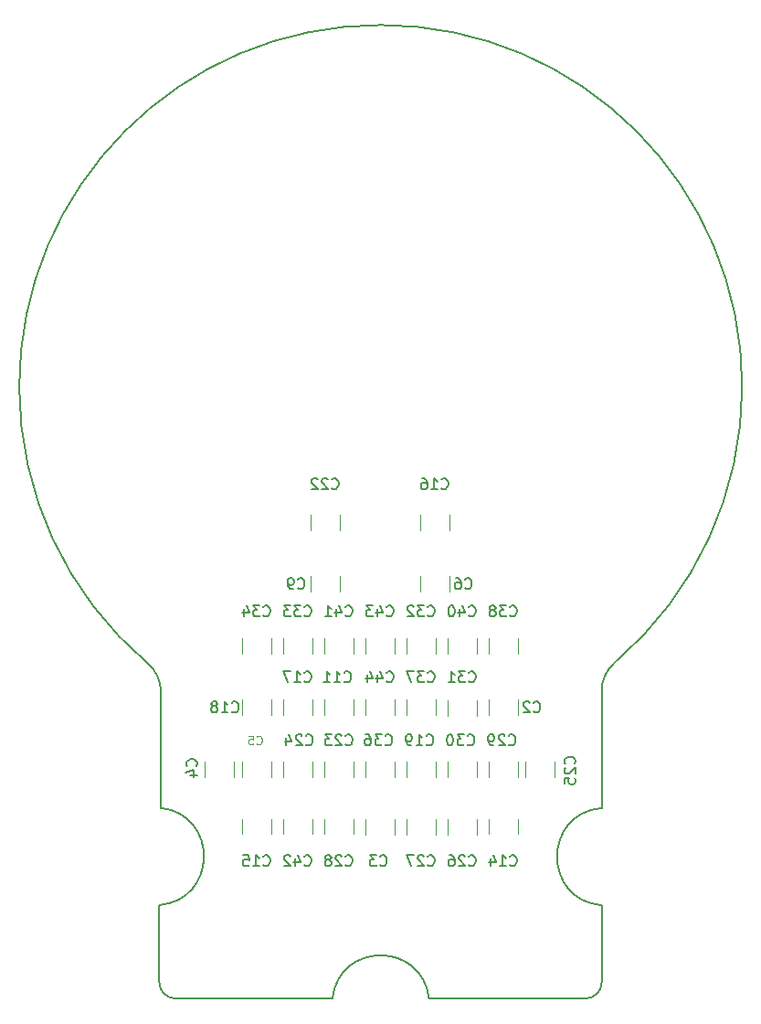
<source format=gbr>
%TF.GenerationSoftware,KiCad,Pcbnew,7.0.1*%
%TF.CreationDate,2023-12-14T23:22:24+03:00*%
%TF.ProjectId,_______ _____,21383b3e-3230-44f2-903f-3b3042302e6b,rev?*%
%TF.SameCoordinates,Original*%
%TF.FileFunction,Legend,Bot*%
%TF.FilePolarity,Positive*%
%FSLAX46Y46*%
G04 Gerber Fmt 4.6, Leading zero omitted, Abs format (unit mm)*
G04 Created by KiCad (PCBNEW 7.0.1) date 2023-12-14 23:22:24*
%MOMM*%
%LPD*%
G01*
G04 APERTURE LIST*
%ADD10C,0.150000*%
%ADD11C,0.100000*%
%ADD12C,0.120000*%
%TA.AperFunction,Profile*%
%ADD13C,0.200000*%
%TD*%
G04 APERTURE END LIST*
D10*
%TO.C,C41*%
X142617357Y-86605380D02*
X142664976Y-86653000D01*
X142664976Y-86653000D02*
X142807833Y-86700619D01*
X142807833Y-86700619D02*
X142903071Y-86700619D01*
X142903071Y-86700619D02*
X143045928Y-86653000D01*
X143045928Y-86653000D02*
X143141166Y-86557761D01*
X143141166Y-86557761D02*
X143188785Y-86462523D01*
X143188785Y-86462523D02*
X143236404Y-86272047D01*
X143236404Y-86272047D02*
X143236404Y-86129190D01*
X143236404Y-86129190D02*
X143188785Y-85938714D01*
X143188785Y-85938714D02*
X143141166Y-85843476D01*
X143141166Y-85843476D02*
X143045928Y-85748238D01*
X143045928Y-85748238D02*
X142903071Y-85700619D01*
X142903071Y-85700619D02*
X142807833Y-85700619D01*
X142807833Y-85700619D02*
X142664976Y-85748238D01*
X142664976Y-85748238D02*
X142617357Y-85795857D01*
X141760214Y-86033952D02*
X141760214Y-86700619D01*
X141998309Y-85653000D02*
X142236404Y-86367285D01*
X142236404Y-86367285D02*
X141617357Y-86367285D01*
X140712595Y-86700619D02*
X141284023Y-86700619D01*
X140998309Y-86700619D02*
X140998309Y-85700619D01*
X140998309Y-85700619D02*
X141093547Y-85843476D01*
X141093547Y-85843476D02*
X141188785Y-85938714D01*
X141188785Y-85938714D02*
X141284023Y-85986333D01*
%TO.C,C37*%
X150239857Y-92701380D02*
X150287476Y-92749000D01*
X150287476Y-92749000D02*
X150430333Y-92796619D01*
X150430333Y-92796619D02*
X150525571Y-92796619D01*
X150525571Y-92796619D02*
X150668428Y-92749000D01*
X150668428Y-92749000D02*
X150763666Y-92653761D01*
X150763666Y-92653761D02*
X150811285Y-92558523D01*
X150811285Y-92558523D02*
X150858904Y-92368047D01*
X150858904Y-92368047D02*
X150858904Y-92225190D01*
X150858904Y-92225190D02*
X150811285Y-92034714D01*
X150811285Y-92034714D02*
X150763666Y-91939476D01*
X150763666Y-91939476D02*
X150668428Y-91844238D01*
X150668428Y-91844238D02*
X150525571Y-91796619D01*
X150525571Y-91796619D02*
X150430333Y-91796619D01*
X150430333Y-91796619D02*
X150287476Y-91844238D01*
X150287476Y-91844238D02*
X150239857Y-91891857D01*
X149906523Y-91796619D02*
X149287476Y-91796619D01*
X149287476Y-91796619D02*
X149620809Y-92177571D01*
X149620809Y-92177571D02*
X149477952Y-92177571D01*
X149477952Y-92177571D02*
X149382714Y-92225190D01*
X149382714Y-92225190D02*
X149335095Y-92272809D01*
X149335095Y-92272809D02*
X149287476Y-92368047D01*
X149287476Y-92368047D02*
X149287476Y-92606142D01*
X149287476Y-92606142D02*
X149335095Y-92701380D01*
X149335095Y-92701380D02*
X149382714Y-92749000D01*
X149382714Y-92749000D02*
X149477952Y-92796619D01*
X149477952Y-92796619D02*
X149763666Y-92796619D01*
X149763666Y-92796619D02*
X149858904Y-92749000D01*
X149858904Y-92749000D02*
X149906523Y-92701380D01*
X148954142Y-91796619D02*
X148287476Y-91796619D01*
X148287476Y-91796619D02*
X148716047Y-92796619D01*
%TO.C,C25*%
X163807380Y-100327142D02*
X163855000Y-100279523D01*
X163855000Y-100279523D02*
X163902619Y-100136666D01*
X163902619Y-100136666D02*
X163902619Y-100041428D01*
X163902619Y-100041428D02*
X163855000Y-99898571D01*
X163855000Y-99898571D02*
X163759761Y-99803333D01*
X163759761Y-99803333D02*
X163664523Y-99755714D01*
X163664523Y-99755714D02*
X163474047Y-99708095D01*
X163474047Y-99708095D02*
X163331190Y-99708095D01*
X163331190Y-99708095D02*
X163140714Y-99755714D01*
X163140714Y-99755714D02*
X163045476Y-99803333D01*
X163045476Y-99803333D02*
X162950238Y-99898571D01*
X162950238Y-99898571D02*
X162902619Y-100041428D01*
X162902619Y-100041428D02*
X162902619Y-100136666D01*
X162902619Y-100136666D02*
X162950238Y-100279523D01*
X162950238Y-100279523D02*
X162997857Y-100327142D01*
X162997857Y-100708095D02*
X162950238Y-100755714D01*
X162950238Y-100755714D02*
X162902619Y-100850952D01*
X162902619Y-100850952D02*
X162902619Y-101089047D01*
X162902619Y-101089047D02*
X162950238Y-101184285D01*
X162950238Y-101184285D02*
X162997857Y-101231904D01*
X162997857Y-101231904D02*
X163093095Y-101279523D01*
X163093095Y-101279523D02*
X163188333Y-101279523D01*
X163188333Y-101279523D02*
X163331190Y-101231904D01*
X163331190Y-101231904D02*
X163902619Y-100660476D01*
X163902619Y-100660476D02*
X163902619Y-101279523D01*
X162902619Y-102184285D02*
X162902619Y-101708095D01*
X162902619Y-101708095D02*
X163378809Y-101660476D01*
X163378809Y-101660476D02*
X163331190Y-101708095D01*
X163331190Y-101708095D02*
X163283571Y-101803333D01*
X163283571Y-101803333D02*
X163283571Y-102041428D01*
X163283571Y-102041428D02*
X163331190Y-102136666D01*
X163331190Y-102136666D02*
X163378809Y-102184285D01*
X163378809Y-102184285D02*
X163474047Y-102231904D01*
X163474047Y-102231904D02*
X163712142Y-102231904D01*
X163712142Y-102231904D02*
X163807380Y-102184285D01*
X163807380Y-102184285D02*
X163855000Y-102136666D01*
X163855000Y-102136666D02*
X163902619Y-102041428D01*
X163902619Y-102041428D02*
X163902619Y-101803333D01*
X163902619Y-101803333D02*
X163855000Y-101708095D01*
X163855000Y-101708095D02*
X163807380Y-101660476D01*
%TO.C,C44*%
X146429857Y-92701380D02*
X146477476Y-92749000D01*
X146477476Y-92749000D02*
X146620333Y-92796619D01*
X146620333Y-92796619D02*
X146715571Y-92796619D01*
X146715571Y-92796619D02*
X146858428Y-92749000D01*
X146858428Y-92749000D02*
X146953666Y-92653761D01*
X146953666Y-92653761D02*
X147001285Y-92558523D01*
X147001285Y-92558523D02*
X147048904Y-92368047D01*
X147048904Y-92368047D02*
X147048904Y-92225190D01*
X147048904Y-92225190D02*
X147001285Y-92034714D01*
X147001285Y-92034714D02*
X146953666Y-91939476D01*
X146953666Y-91939476D02*
X146858428Y-91844238D01*
X146858428Y-91844238D02*
X146715571Y-91796619D01*
X146715571Y-91796619D02*
X146620333Y-91796619D01*
X146620333Y-91796619D02*
X146477476Y-91844238D01*
X146477476Y-91844238D02*
X146429857Y-91891857D01*
X145572714Y-92129952D02*
X145572714Y-92796619D01*
X145810809Y-91749000D02*
X146048904Y-92463285D01*
X146048904Y-92463285D02*
X145429857Y-92463285D01*
X144620333Y-92129952D02*
X144620333Y-92796619D01*
X144858428Y-91749000D02*
X145096523Y-92463285D01*
X145096523Y-92463285D02*
X144477476Y-92463285D01*
%TO.C,C32*%
X150239857Y-86605380D02*
X150287476Y-86653000D01*
X150287476Y-86653000D02*
X150430333Y-86700619D01*
X150430333Y-86700619D02*
X150525571Y-86700619D01*
X150525571Y-86700619D02*
X150668428Y-86653000D01*
X150668428Y-86653000D02*
X150763666Y-86557761D01*
X150763666Y-86557761D02*
X150811285Y-86462523D01*
X150811285Y-86462523D02*
X150858904Y-86272047D01*
X150858904Y-86272047D02*
X150858904Y-86129190D01*
X150858904Y-86129190D02*
X150811285Y-85938714D01*
X150811285Y-85938714D02*
X150763666Y-85843476D01*
X150763666Y-85843476D02*
X150668428Y-85748238D01*
X150668428Y-85748238D02*
X150525571Y-85700619D01*
X150525571Y-85700619D02*
X150430333Y-85700619D01*
X150430333Y-85700619D02*
X150287476Y-85748238D01*
X150287476Y-85748238D02*
X150239857Y-85795857D01*
X149906523Y-85700619D02*
X149287476Y-85700619D01*
X149287476Y-85700619D02*
X149620809Y-86081571D01*
X149620809Y-86081571D02*
X149477952Y-86081571D01*
X149477952Y-86081571D02*
X149382714Y-86129190D01*
X149382714Y-86129190D02*
X149335095Y-86176809D01*
X149335095Y-86176809D02*
X149287476Y-86272047D01*
X149287476Y-86272047D02*
X149287476Y-86510142D01*
X149287476Y-86510142D02*
X149335095Y-86605380D01*
X149335095Y-86605380D02*
X149382714Y-86653000D01*
X149382714Y-86653000D02*
X149477952Y-86700619D01*
X149477952Y-86700619D02*
X149763666Y-86700619D01*
X149763666Y-86700619D02*
X149858904Y-86653000D01*
X149858904Y-86653000D02*
X149906523Y-86605380D01*
X148906523Y-85795857D02*
X148858904Y-85748238D01*
X148858904Y-85748238D02*
X148763666Y-85700619D01*
X148763666Y-85700619D02*
X148525571Y-85700619D01*
X148525571Y-85700619D02*
X148430333Y-85748238D01*
X148430333Y-85748238D02*
X148382714Y-85795857D01*
X148382714Y-85795857D02*
X148335095Y-85891095D01*
X148335095Y-85891095D02*
X148335095Y-85986333D01*
X148335095Y-85986333D02*
X148382714Y-86129190D01*
X148382714Y-86129190D02*
X148954142Y-86700619D01*
X148954142Y-86700619D02*
X148335095Y-86700619D01*
%TO.C,C18*%
X132078857Y-95495380D02*
X132126476Y-95543000D01*
X132126476Y-95543000D02*
X132269333Y-95590619D01*
X132269333Y-95590619D02*
X132364571Y-95590619D01*
X132364571Y-95590619D02*
X132507428Y-95543000D01*
X132507428Y-95543000D02*
X132602666Y-95447761D01*
X132602666Y-95447761D02*
X132650285Y-95352523D01*
X132650285Y-95352523D02*
X132697904Y-95162047D01*
X132697904Y-95162047D02*
X132697904Y-95019190D01*
X132697904Y-95019190D02*
X132650285Y-94828714D01*
X132650285Y-94828714D02*
X132602666Y-94733476D01*
X132602666Y-94733476D02*
X132507428Y-94638238D01*
X132507428Y-94638238D02*
X132364571Y-94590619D01*
X132364571Y-94590619D02*
X132269333Y-94590619D01*
X132269333Y-94590619D02*
X132126476Y-94638238D01*
X132126476Y-94638238D02*
X132078857Y-94685857D01*
X131126476Y-95590619D02*
X131697904Y-95590619D01*
X131412190Y-95590619D02*
X131412190Y-94590619D01*
X131412190Y-94590619D02*
X131507428Y-94733476D01*
X131507428Y-94733476D02*
X131602666Y-94828714D01*
X131602666Y-94828714D02*
X131697904Y-94876333D01*
X130555047Y-95019190D02*
X130650285Y-94971571D01*
X130650285Y-94971571D02*
X130697904Y-94923952D01*
X130697904Y-94923952D02*
X130745523Y-94828714D01*
X130745523Y-94828714D02*
X130745523Y-94781095D01*
X130745523Y-94781095D02*
X130697904Y-94685857D01*
X130697904Y-94685857D02*
X130650285Y-94638238D01*
X130650285Y-94638238D02*
X130555047Y-94590619D01*
X130555047Y-94590619D02*
X130364571Y-94590619D01*
X130364571Y-94590619D02*
X130269333Y-94638238D01*
X130269333Y-94638238D02*
X130221714Y-94685857D01*
X130221714Y-94685857D02*
X130174095Y-94781095D01*
X130174095Y-94781095D02*
X130174095Y-94828714D01*
X130174095Y-94828714D02*
X130221714Y-94923952D01*
X130221714Y-94923952D02*
X130269333Y-94971571D01*
X130269333Y-94971571D02*
X130364571Y-95019190D01*
X130364571Y-95019190D02*
X130555047Y-95019190D01*
X130555047Y-95019190D02*
X130650285Y-95066809D01*
X130650285Y-95066809D02*
X130697904Y-95114428D01*
X130697904Y-95114428D02*
X130745523Y-95209666D01*
X130745523Y-95209666D02*
X130745523Y-95400142D01*
X130745523Y-95400142D02*
X130697904Y-95495380D01*
X130697904Y-95495380D02*
X130650285Y-95543000D01*
X130650285Y-95543000D02*
X130555047Y-95590619D01*
X130555047Y-95590619D02*
X130364571Y-95590619D01*
X130364571Y-95590619D02*
X130269333Y-95543000D01*
X130269333Y-95543000D02*
X130221714Y-95495380D01*
X130221714Y-95495380D02*
X130174095Y-95400142D01*
X130174095Y-95400142D02*
X130174095Y-95209666D01*
X130174095Y-95209666D02*
X130221714Y-95114428D01*
X130221714Y-95114428D02*
X130269333Y-95066809D01*
X130269333Y-95066809D02*
X130364571Y-95019190D01*
D11*
%TO.C,C5*%
X134363332Y-98469904D02*
X134401428Y-98508000D01*
X134401428Y-98508000D02*
X134515713Y-98546095D01*
X134515713Y-98546095D02*
X134591904Y-98546095D01*
X134591904Y-98546095D02*
X134706190Y-98508000D01*
X134706190Y-98508000D02*
X134782380Y-98431809D01*
X134782380Y-98431809D02*
X134820475Y-98355619D01*
X134820475Y-98355619D02*
X134858571Y-98203238D01*
X134858571Y-98203238D02*
X134858571Y-98088952D01*
X134858571Y-98088952D02*
X134820475Y-97936571D01*
X134820475Y-97936571D02*
X134782380Y-97860380D01*
X134782380Y-97860380D02*
X134706190Y-97784190D01*
X134706190Y-97784190D02*
X134591904Y-97746095D01*
X134591904Y-97746095D02*
X134515713Y-97746095D01*
X134515713Y-97746095D02*
X134401428Y-97784190D01*
X134401428Y-97784190D02*
X134363332Y-97822285D01*
X133639523Y-97746095D02*
X134020475Y-97746095D01*
X134020475Y-97746095D02*
X134058571Y-98127047D01*
X134058571Y-98127047D02*
X134020475Y-98088952D01*
X134020475Y-98088952D02*
X133944285Y-98050857D01*
X133944285Y-98050857D02*
X133753809Y-98050857D01*
X133753809Y-98050857D02*
X133677618Y-98088952D01*
X133677618Y-98088952D02*
X133639523Y-98127047D01*
X133639523Y-98127047D02*
X133601428Y-98203238D01*
X133601428Y-98203238D02*
X133601428Y-98393714D01*
X133601428Y-98393714D02*
X133639523Y-98469904D01*
X133639523Y-98469904D02*
X133677618Y-98508000D01*
X133677618Y-98508000D02*
X133753809Y-98546095D01*
X133753809Y-98546095D02*
X133944285Y-98546095D01*
X133944285Y-98546095D02*
X134020475Y-98508000D01*
X134020475Y-98508000D02*
X134058571Y-98469904D01*
D10*
%TO.C,C26*%
X154049857Y-109719380D02*
X154097476Y-109767000D01*
X154097476Y-109767000D02*
X154240333Y-109814619D01*
X154240333Y-109814619D02*
X154335571Y-109814619D01*
X154335571Y-109814619D02*
X154478428Y-109767000D01*
X154478428Y-109767000D02*
X154573666Y-109671761D01*
X154573666Y-109671761D02*
X154621285Y-109576523D01*
X154621285Y-109576523D02*
X154668904Y-109386047D01*
X154668904Y-109386047D02*
X154668904Y-109243190D01*
X154668904Y-109243190D02*
X154621285Y-109052714D01*
X154621285Y-109052714D02*
X154573666Y-108957476D01*
X154573666Y-108957476D02*
X154478428Y-108862238D01*
X154478428Y-108862238D02*
X154335571Y-108814619D01*
X154335571Y-108814619D02*
X154240333Y-108814619D01*
X154240333Y-108814619D02*
X154097476Y-108862238D01*
X154097476Y-108862238D02*
X154049857Y-108909857D01*
X153668904Y-108909857D02*
X153621285Y-108862238D01*
X153621285Y-108862238D02*
X153526047Y-108814619D01*
X153526047Y-108814619D02*
X153287952Y-108814619D01*
X153287952Y-108814619D02*
X153192714Y-108862238D01*
X153192714Y-108862238D02*
X153145095Y-108909857D01*
X153145095Y-108909857D02*
X153097476Y-109005095D01*
X153097476Y-109005095D02*
X153097476Y-109100333D01*
X153097476Y-109100333D02*
X153145095Y-109243190D01*
X153145095Y-109243190D02*
X153716523Y-109814619D01*
X153716523Y-109814619D02*
X153097476Y-109814619D01*
X152240333Y-108814619D02*
X152430809Y-108814619D01*
X152430809Y-108814619D02*
X152526047Y-108862238D01*
X152526047Y-108862238D02*
X152573666Y-108909857D01*
X152573666Y-108909857D02*
X152668904Y-109052714D01*
X152668904Y-109052714D02*
X152716523Y-109243190D01*
X152716523Y-109243190D02*
X152716523Y-109624142D01*
X152716523Y-109624142D02*
X152668904Y-109719380D01*
X152668904Y-109719380D02*
X152621285Y-109767000D01*
X152621285Y-109767000D02*
X152526047Y-109814619D01*
X152526047Y-109814619D02*
X152335571Y-109814619D01*
X152335571Y-109814619D02*
X152240333Y-109767000D01*
X152240333Y-109767000D02*
X152192714Y-109719380D01*
X152192714Y-109719380D02*
X152145095Y-109624142D01*
X152145095Y-109624142D02*
X152145095Y-109386047D01*
X152145095Y-109386047D02*
X152192714Y-109290809D01*
X152192714Y-109290809D02*
X152240333Y-109243190D01*
X152240333Y-109243190D02*
X152335571Y-109195571D01*
X152335571Y-109195571D02*
X152526047Y-109195571D01*
X152526047Y-109195571D02*
X152621285Y-109243190D01*
X152621285Y-109243190D02*
X152668904Y-109290809D01*
X152668904Y-109290809D02*
X152716523Y-109386047D01*
%TO.C,C4*%
X128755380Y-100549333D02*
X128803000Y-100501714D01*
X128803000Y-100501714D02*
X128850619Y-100358857D01*
X128850619Y-100358857D02*
X128850619Y-100263619D01*
X128850619Y-100263619D02*
X128803000Y-100120762D01*
X128803000Y-100120762D02*
X128707761Y-100025524D01*
X128707761Y-100025524D02*
X128612523Y-99977905D01*
X128612523Y-99977905D02*
X128422047Y-99930286D01*
X128422047Y-99930286D02*
X128279190Y-99930286D01*
X128279190Y-99930286D02*
X128088714Y-99977905D01*
X128088714Y-99977905D02*
X127993476Y-100025524D01*
X127993476Y-100025524D02*
X127898238Y-100120762D01*
X127898238Y-100120762D02*
X127850619Y-100263619D01*
X127850619Y-100263619D02*
X127850619Y-100358857D01*
X127850619Y-100358857D02*
X127898238Y-100501714D01*
X127898238Y-100501714D02*
X127945857Y-100549333D01*
X128183952Y-101406476D02*
X128850619Y-101406476D01*
X127803000Y-101168381D02*
X128517285Y-100930286D01*
X128517285Y-100930286D02*
X128517285Y-101549333D01*
%TO.C,C15*%
X134999857Y-109719380D02*
X135047476Y-109767000D01*
X135047476Y-109767000D02*
X135190333Y-109814619D01*
X135190333Y-109814619D02*
X135285571Y-109814619D01*
X135285571Y-109814619D02*
X135428428Y-109767000D01*
X135428428Y-109767000D02*
X135523666Y-109671761D01*
X135523666Y-109671761D02*
X135571285Y-109576523D01*
X135571285Y-109576523D02*
X135618904Y-109386047D01*
X135618904Y-109386047D02*
X135618904Y-109243190D01*
X135618904Y-109243190D02*
X135571285Y-109052714D01*
X135571285Y-109052714D02*
X135523666Y-108957476D01*
X135523666Y-108957476D02*
X135428428Y-108862238D01*
X135428428Y-108862238D02*
X135285571Y-108814619D01*
X135285571Y-108814619D02*
X135190333Y-108814619D01*
X135190333Y-108814619D02*
X135047476Y-108862238D01*
X135047476Y-108862238D02*
X134999857Y-108909857D01*
X134047476Y-109814619D02*
X134618904Y-109814619D01*
X134333190Y-109814619D02*
X134333190Y-108814619D01*
X134333190Y-108814619D02*
X134428428Y-108957476D01*
X134428428Y-108957476D02*
X134523666Y-109052714D01*
X134523666Y-109052714D02*
X134618904Y-109100333D01*
X133142714Y-108814619D02*
X133618904Y-108814619D01*
X133618904Y-108814619D02*
X133666523Y-109290809D01*
X133666523Y-109290809D02*
X133618904Y-109243190D01*
X133618904Y-109243190D02*
X133523666Y-109195571D01*
X133523666Y-109195571D02*
X133285571Y-109195571D01*
X133285571Y-109195571D02*
X133190333Y-109243190D01*
X133190333Y-109243190D02*
X133142714Y-109290809D01*
X133142714Y-109290809D02*
X133095095Y-109386047D01*
X133095095Y-109386047D02*
X133095095Y-109624142D01*
X133095095Y-109624142D02*
X133142714Y-109719380D01*
X133142714Y-109719380D02*
X133190333Y-109767000D01*
X133190333Y-109767000D02*
X133285571Y-109814619D01*
X133285571Y-109814619D02*
X133523666Y-109814619D01*
X133523666Y-109814619D02*
X133618904Y-109767000D01*
X133618904Y-109767000D02*
X133666523Y-109719380D01*
%TO.C,C40*%
X154047357Y-86605380D02*
X154094976Y-86653000D01*
X154094976Y-86653000D02*
X154237833Y-86700619D01*
X154237833Y-86700619D02*
X154333071Y-86700619D01*
X154333071Y-86700619D02*
X154475928Y-86653000D01*
X154475928Y-86653000D02*
X154571166Y-86557761D01*
X154571166Y-86557761D02*
X154618785Y-86462523D01*
X154618785Y-86462523D02*
X154666404Y-86272047D01*
X154666404Y-86272047D02*
X154666404Y-86129190D01*
X154666404Y-86129190D02*
X154618785Y-85938714D01*
X154618785Y-85938714D02*
X154571166Y-85843476D01*
X154571166Y-85843476D02*
X154475928Y-85748238D01*
X154475928Y-85748238D02*
X154333071Y-85700619D01*
X154333071Y-85700619D02*
X154237833Y-85700619D01*
X154237833Y-85700619D02*
X154094976Y-85748238D01*
X154094976Y-85748238D02*
X154047357Y-85795857D01*
X153190214Y-86033952D02*
X153190214Y-86700619D01*
X153428309Y-85653000D02*
X153666404Y-86367285D01*
X153666404Y-86367285D02*
X153047357Y-86367285D01*
X152475928Y-85700619D02*
X152380690Y-85700619D01*
X152380690Y-85700619D02*
X152285452Y-85748238D01*
X152285452Y-85748238D02*
X152237833Y-85795857D01*
X152237833Y-85795857D02*
X152190214Y-85891095D01*
X152190214Y-85891095D02*
X152142595Y-86081571D01*
X152142595Y-86081571D02*
X152142595Y-86319666D01*
X152142595Y-86319666D02*
X152190214Y-86510142D01*
X152190214Y-86510142D02*
X152237833Y-86605380D01*
X152237833Y-86605380D02*
X152285452Y-86653000D01*
X152285452Y-86653000D02*
X152380690Y-86700619D01*
X152380690Y-86700619D02*
X152475928Y-86700619D01*
X152475928Y-86700619D02*
X152571166Y-86653000D01*
X152571166Y-86653000D02*
X152618785Y-86605380D01*
X152618785Y-86605380D02*
X152666404Y-86510142D01*
X152666404Y-86510142D02*
X152714023Y-86319666D01*
X152714023Y-86319666D02*
X152714023Y-86081571D01*
X152714023Y-86081571D02*
X152666404Y-85891095D01*
X152666404Y-85891095D02*
X152618785Y-85795857D01*
X152618785Y-85795857D02*
X152571166Y-85748238D01*
X152571166Y-85748238D02*
X152475928Y-85700619D01*
%TO.C,C29*%
X157732857Y-98543380D02*
X157780476Y-98591000D01*
X157780476Y-98591000D02*
X157923333Y-98638619D01*
X157923333Y-98638619D02*
X158018571Y-98638619D01*
X158018571Y-98638619D02*
X158161428Y-98591000D01*
X158161428Y-98591000D02*
X158256666Y-98495761D01*
X158256666Y-98495761D02*
X158304285Y-98400523D01*
X158304285Y-98400523D02*
X158351904Y-98210047D01*
X158351904Y-98210047D02*
X158351904Y-98067190D01*
X158351904Y-98067190D02*
X158304285Y-97876714D01*
X158304285Y-97876714D02*
X158256666Y-97781476D01*
X158256666Y-97781476D02*
X158161428Y-97686238D01*
X158161428Y-97686238D02*
X158018571Y-97638619D01*
X158018571Y-97638619D02*
X157923333Y-97638619D01*
X157923333Y-97638619D02*
X157780476Y-97686238D01*
X157780476Y-97686238D02*
X157732857Y-97733857D01*
X157351904Y-97733857D02*
X157304285Y-97686238D01*
X157304285Y-97686238D02*
X157209047Y-97638619D01*
X157209047Y-97638619D02*
X156970952Y-97638619D01*
X156970952Y-97638619D02*
X156875714Y-97686238D01*
X156875714Y-97686238D02*
X156828095Y-97733857D01*
X156828095Y-97733857D02*
X156780476Y-97829095D01*
X156780476Y-97829095D02*
X156780476Y-97924333D01*
X156780476Y-97924333D02*
X156828095Y-98067190D01*
X156828095Y-98067190D02*
X157399523Y-98638619D01*
X157399523Y-98638619D02*
X156780476Y-98638619D01*
X156304285Y-98638619D02*
X156113809Y-98638619D01*
X156113809Y-98638619D02*
X156018571Y-98591000D01*
X156018571Y-98591000D02*
X155970952Y-98543380D01*
X155970952Y-98543380D02*
X155875714Y-98400523D01*
X155875714Y-98400523D02*
X155828095Y-98210047D01*
X155828095Y-98210047D02*
X155828095Y-97829095D01*
X155828095Y-97829095D02*
X155875714Y-97733857D01*
X155875714Y-97733857D02*
X155923333Y-97686238D01*
X155923333Y-97686238D02*
X156018571Y-97638619D01*
X156018571Y-97638619D02*
X156209047Y-97638619D01*
X156209047Y-97638619D02*
X156304285Y-97686238D01*
X156304285Y-97686238D02*
X156351904Y-97733857D01*
X156351904Y-97733857D02*
X156399523Y-97829095D01*
X156399523Y-97829095D02*
X156399523Y-98067190D01*
X156399523Y-98067190D02*
X156351904Y-98162428D01*
X156351904Y-98162428D02*
X156304285Y-98210047D01*
X156304285Y-98210047D02*
X156209047Y-98257666D01*
X156209047Y-98257666D02*
X156018571Y-98257666D01*
X156018571Y-98257666D02*
X155923333Y-98210047D01*
X155923333Y-98210047D02*
X155875714Y-98162428D01*
X155875714Y-98162428D02*
X155828095Y-98067190D01*
%TO.C,C30*%
X153922857Y-98543380D02*
X153970476Y-98591000D01*
X153970476Y-98591000D02*
X154113333Y-98638619D01*
X154113333Y-98638619D02*
X154208571Y-98638619D01*
X154208571Y-98638619D02*
X154351428Y-98591000D01*
X154351428Y-98591000D02*
X154446666Y-98495761D01*
X154446666Y-98495761D02*
X154494285Y-98400523D01*
X154494285Y-98400523D02*
X154541904Y-98210047D01*
X154541904Y-98210047D02*
X154541904Y-98067190D01*
X154541904Y-98067190D02*
X154494285Y-97876714D01*
X154494285Y-97876714D02*
X154446666Y-97781476D01*
X154446666Y-97781476D02*
X154351428Y-97686238D01*
X154351428Y-97686238D02*
X154208571Y-97638619D01*
X154208571Y-97638619D02*
X154113333Y-97638619D01*
X154113333Y-97638619D02*
X153970476Y-97686238D01*
X153970476Y-97686238D02*
X153922857Y-97733857D01*
X153589523Y-97638619D02*
X152970476Y-97638619D01*
X152970476Y-97638619D02*
X153303809Y-98019571D01*
X153303809Y-98019571D02*
X153160952Y-98019571D01*
X153160952Y-98019571D02*
X153065714Y-98067190D01*
X153065714Y-98067190D02*
X153018095Y-98114809D01*
X153018095Y-98114809D02*
X152970476Y-98210047D01*
X152970476Y-98210047D02*
X152970476Y-98448142D01*
X152970476Y-98448142D02*
X153018095Y-98543380D01*
X153018095Y-98543380D02*
X153065714Y-98591000D01*
X153065714Y-98591000D02*
X153160952Y-98638619D01*
X153160952Y-98638619D02*
X153446666Y-98638619D01*
X153446666Y-98638619D02*
X153541904Y-98591000D01*
X153541904Y-98591000D02*
X153589523Y-98543380D01*
X152351428Y-97638619D02*
X152256190Y-97638619D01*
X152256190Y-97638619D02*
X152160952Y-97686238D01*
X152160952Y-97686238D02*
X152113333Y-97733857D01*
X152113333Y-97733857D02*
X152065714Y-97829095D01*
X152065714Y-97829095D02*
X152018095Y-98019571D01*
X152018095Y-98019571D02*
X152018095Y-98257666D01*
X152018095Y-98257666D02*
X152065714Y-98448142D01*
X152065714Y-98448142D02*
X152113333Y-98543380D01*
X152113333Y-98543380D02*
X152160952Y-98591000D01*
X152160952Y-98591000D02*
X152256190Y-98638619D01*
X152256190Y-98638619D02*
X152351428Y-98638619D01*
X152351428Y-98638619D02*
X152446666Y-98591000D01*
X152446666Y-98591000D02*
X152494285Y-98543380D01*
X152494285Y-98543380D02*
X152541904Y-98448142D01*
X152541904Y-98448142D02*
X152589523Y-98257666D01*
X152589523Y-98257666D02*
X152589523Y-98019571D01*
X152589523Y-98019571D02*
X152541904Y-97829095D01*
X152541904Y-97829095D02*
X152494285Y-97733857D01*
X152494285Y-97733857D02*
X152446666Y-97686238D01*
X152446666Y-97686238D02*
X152351428Y-97638619D01*
%TO.C,C6*%
X153700666Y-84065380D02*
X153748285Y-84113000D01*
X153748285Y-84113000D02*
X153891142Y-84160619D01*
X153891142Y-84160619D02*
X153986380Y-84160619D01*
X153986380Y-84160619D02*
X154129237Y-84113000D01*
X154129237Y-84113000D02*
X154224475Y-84017761D01*
X154224475Y-84017761D02*
X154272094Y-83922523D01*
X154272094Y-83922523D02*
X154319713Y-83732047D01*
X154319713Y-83732047D02*
X154319713Y-83589190D01*
X154319713Y-83589190D02*
X154272094Y-83398714D01*
X154272094Y-83398714D02*
X154224475Y-83303476D01*
X154224475Y-83303476D02*
X154129237Y-83208238D01*
X154129237Y-83208238D02*
X153986380Y-83160619D01*
X153986380Y-83160619D02*
X153891142Y-83160619D01*
X153891142Y-83160619D02*
X153748285Y-83208238D01*
X153748285Y-83208238D02*
X153700666Y-83255857D01*
X152843523Y-83160619D02*
X153033999Y-83160619D01*
X153033999Y-83160619D02*
X153129237Y-83208238D01*
X153129237Y-83208238D02*
X153176856Y-83255857D01*
X153176856Y-83255857D02*
X153272094Y-83398714D01*
X153272094Y-83398714D02*
X153319713Y-83589190D01*
X153319713Y-83589190D02*
X153319713Y-83970142D01*
X153319713Y-83970142D02*
X153272094Y-84065380D01*
X153272094Y-84065380D02*
X153224475Y-84113000D01*
X153224475Y-84113000D02*
X153129237Y-84160619D01*
X153129237Y-84160619D02*
X152938761Y-84160619D01*
X152938761Y-84160619D02*
X152843523Y-84113000D01*
X152843523Y-84113000D02*
X152795904Y-84065380D01*
X152795904Y-84065380D02*
X152748285Y-83970142D01*
X152748285Y-83970142D02*
X152748285Y-83732047D01*
X152748285Y-83732047D02*
X152795904Y-83636809D01*
X152795904Y-83636809D02*
X152843523Y-83589190D01*
X152843523Y-83589190D02*
X152938761Y-83541571D01*
X152938761Y-83541571D02*
X153129237Y-83541571D01*
X153129237Y-83541571D02*
X153224475Y-83589190D01*
X153224475Y-83589190D02*
X153272094Y-83636809D01*
X153272094Y-83636809D02*
X153319713Y-83732047D01*
%TO.C,C14*%
X157859857Y-109719380D02*
X157907476Y-109767000D01*
X157907476Y-109767000D02*
X158050333Y-109814619D01*
X158050333Y-109814619D02*
X158145571Y-109814619D01*
X158145571Y-109814619D02*
X158288428Y-109767000D01*
X158288428Y-109767000D02*
X158383666Y-109671761D01*
X158383666Y-109671761D02*
X158431285Y-109576523D01*
X158431285Y-109576523D02*
X158478904Y-109386047D01*
X158478904Y-109386047D02*
X158478904Y-109243190D01*
X158478904Y-109243190D02*
X158431285Y-109052714D01*
X158431285Y-109052714D02*
X158383666Y-108957476D01*
X158383666Y-108957476D02*
X158288428Y-108862238D01*
X158288428Y-108862238D02*
X158145571Y-108814619D01*
X158145571Y-108814619D02*
X158050333Y-108814619D01*
X158050333Y-108814619D02*
X157907476Y-108862238D01*
X157907476Y-108862238D02*
X157859857Y-108909857D01*
X156907476Y-109814619D02*
X157478904Y-109814619D01*
X157193190Y-109814619D02*
X157193190Y-108814619D01*
X157193190Y-108814619D02*
X157288428Y-108957476D01*
X157288428Y-108957476D02*
X157383666Y-109052714D01*
X157383666Y-109052714D02*
X157478904Y-109100333D01*
X156050333Y-109147952D02*
X156050333Y-109814619D01*
X156288428Y-108767000D02*
X156526523Y-109481285D01*
X156526523Y-109481285D02*
X155907476Y-109481285D01*
%TO.C,C2*%
X160050666Y-95495380D02*
X160098285Y-95543000D01*
X160098285Y-95543000D02*
X160241142Y-95590619D01*
X160241142Y-95590619D02*
X160336380Y-95590619D01*
X160336380Y-95590619D02*
X160479237Y-95543000D01*
X160479237Y-95543000D02*
X160574475Y-95447761D01*
X160574475Y-95447761D02*
X160622094Y-95352523D01*
X160622094Y-95352523D02*
X160669713Y-95162047D01*
X160669713Y-95162047D02*
X160669713Y-95019190D01*
X160669713Y-95019190D02*
X160622094Y-94828714D01*
X160622094Y-94828714D02*
X160574475Y-94733476D01*
X160574475Y-94733476D02*
X160479237Y-94638238D01*
X160479237Y-94638238D02*
X160336380Y-94590619D01*
X160336380Y-94590619D02*
X160241142Y-94590619D01*
X160241142Y-94590619D02*
X160098285Y-94638238D01*
X160098285Y-94638238D02*
X160050666Y-94685857D01*
X159669713Y-94685857D02*
X159622094Y-94638238D01*
X159622094Y-94638238D02*
X159526856Y-94590619D01*
X159526856Y-94590619D02*
X159288761Y-94590619D01*
X159288761Y-94590619D02*
X159193523Y-94638238D01*
X159193523Y-94638238D02*
X159145904Y-94685857D01*
X159145904Y-94685857D02*
X159098285Y-94781095D01*
X159098285Y-94781095D02*
X159098285Y-94876333D01*
X159098285Y-94876333D02*
X159145904Y-95019190D01*
X159145904Y-95019190D02*
X159717332Y-95590619D01*
X159717332Y-95590619D02*
X159098285Y-95590619D01*
%TO.C,C9*%
X138206666Y-84065380D02*
X138254285Y-84113000D01*
X138254285Y-84113000D02*
X138397142Y-84160619D01*
X138397142Y-84160619D02*
X138492380Y-84160619D01*
X138492380Y-84160619D02*
X138635237Y-84113000D01*
X138635237Y-84113000D02*
X138730475Y-84017761D01*
X138730475Y-84017761D02*
X138778094Y-83922523D01*
X138778094Y-83922523D02*
X138825713Y-83732047D01*
X138825713Y-83732047D02*
X138825713Y-83589190D01*
X138825713Y-83589190D02*
X138778094Y-83398714D01*
X138778094Y-83398714D02*
X138730475Y-83303476D01*
X138730475Y-83303476D02*
X138635237Y-83208238D01*
X138635237Y-83208238D02*
X138492380Y-83160619D01*
X138492380Y-83160619D02*
X138397142Y-83160619D01*
X138397142Y-83160619D02*
X138254285Y-83208238D01*
X138254285Y-83208238D02*
X138206666Y-83255857D01*
X137730475Y-84160619D02*
X137539999Y-84160619D01*
X137539999Y-84160619D02*
X137444761Y-84113000D01*
X137444761Y-84113000D02*
X137397142Y-84065380D01*
X137397142Y-84065380D02*
X137301904Y-83922523D01*
X137301904Y-83922523D02*
X137254285Y-83732047D01*
X137254285Y-83732047D02*
X137254285Y-83351095D01*
X137254285Y-83351095D02*
X137301904Y-83255857D01*
X137301904Y-83255857D02*
X137349523Y-83208238D01*
X137349523Y-83208238D02*
X137444761Y-83160619D01*
X137444761Y-83160619D02*
X137635237Y-83160619D01*
X137635237Y-83160619D02*
X137730475Y-83208238D01*
X137730475Y-83208238D02*
X137778094Y-83255857D01*
X137778094Y-83255857D02*
X137825713Y-83351095D01*
X137825713Y-83351095D02*
X137825713Y-83589190D01*
X137825713Y-83589190D02*
X137778094Y-83684428D01*
X137778094Y-83684428D02*
X137730475Y-83732047D01*
X137730475Y-83732047D02*
X137635237Y-83779666D01*
X137635237Y-83779666D02*
X137444761Y-83779666D01*
X137444761Y-83779666D02*
X137349523Y-83732047D01*
X137349523Y-83732047D02*
X137301904Y-83684428D01*
X137301904Y-83684428D02*
X137254285Y-83589190D01*
%TO.C,C28*%
X142619857Y-109719380D02*
X142667476Y-109767000D01*
X142667476Y-109767000D02*
X142810333Y-109814619D01*
X142810333Y-109814619D02*
X142905571Y-109814619D01*
X142905571Y-109814619D02*
X143048428Y-109767000D01*
X143048428Y-109767000D02*
X143143666Y-109671761D01*
X143143666Y-109671761D02*
X143191285Y-109576523D01*
X143191285Y-109576523D02*
X143238904Y-109386047D01*
X143238904Y-109386047D02*
X143238904Y-109243190D01*
X143238904Y-109243190D02*
X143191285Y-109052714D01*
X143191285Y-109052714D02*
X143143666Y-108957476D01*
X143143666Y-108957476D02*
X143048428Y-108862238D01*
X143048428Y-108862238D02*
X142905571Y-108814619D01*
X142905571Y-108814619D02*
X142810333Y-108814619D01*
X142810333Y-108814619D02*
X142667476Y-108862238D01*
X142667476Y-108862238D02*
X142619857Y-108909857D01*
X142238904Y-108909857D02*
X142191285Y-108862238D01*
X142191285Y-108862238D02*
X142096047Y-108814619D01*
X142096047Y-108814619D02*
X141857952Y-108814619D01*
X141857952Y-108814619D02*
X141762714Y-108862238D01*
X141762714Y-108862238D02*
X141715095Y-108909857D01*
X141715095Y-108909857D02*
X141667476Y-109005095D01*
X141667476Y-109005095D02*
X141667476Y-109100333D01*
X141667476Y-109100333D02*
X141715095Y-109243190D01*
X141715095Y-109243190D02*
X142286523Y-109814619D01*
X142286523Y-109814619D02*
X141667476Y-109814619D01*
X141096047Y-109243190D02*
X141191285Y-109195571D01*
X141191285Y-109195571D02*
X141238904Y-109147952D01*
X141238904Y-109147952D02*
X141286523Y-109052714D01*
X141286523Y-109052714D02*
X141286523Y-109005095D01*
X141286523Y-109005095D02*
X141238904Y-108909857D01*
X141238904Y-108909857D02*
X141191285Y-108862238D01*
X141191285Y-108862238D02*
X141096047Y-108814619D01*
X141096047Y-108814619D02*
X140905571Y-108814619D01*
X140905571Y-108814619D02*
X140810333Y-108862238D01*
X140810333Y-108862238D02*
X140762714Y-108909857D01*
X140762714Y-108909857D02*
X140715095Y-109005095D01*
X140715095Y-109005095D02*
X140715095Y-109052714D01*
X140715095Y-109052714D02*
X140762714Y-109147952D01*
X140762714Y-109147952D02*
X140810333Y-109195571D01*
X140810333Y-109195571D02*
X140905571Y-109243190D01*
X140905571Y-109243190D02*
X141096047Y-109243190D01*
X141096047Y-109243190D02*
X141191285Y-109290809D01*
X141191285Y-109290809D02*
X141238904Y-109338428D01*
X141238904Y-109338428D02*
X141286523Y-109433666D01*
X141286523Y-109433666D02*
X141286523Y-109624142D01*
X141286523Y-109624142D02*
X141238904Y-109719380D01*
X141238904Y-109719380D02*
X141191285Y-109767000D01*
X141191285Y-109767000D02*
X141096047Y-109814619D01*
X141096047Y-109814619D02*
X140905571Y-109814619D01*
X140905571Y-109814619D02*
X140810333Y-109767000D01*
X140810333Y-109767000D02*
X140762714Y-109719380D01*
X140762714Y-109719380D02*
X140715095Y-109624142D01*
X140715095Y-109624142D02*
X140715095Y-109433666D01*
X140715095Y-109433666D02*
X140762714Y-109338428D01*
X140762714Y-109338428D02*
X140810333Y-109290809D01*
X140810333Y-109290809D02*
X140905571Y-109243190D01*
%TO.C,C3*%
X145826666Y-109719380D02*
X145874285Y-109767000D01*
X145874285Y-109767000D02*
X146017142Y-109814619D01*
X146017142Y-109814619D02*
X146112380Y-109814619D01*
X146112380Y-109814619D02*
X146255237Y-109767000D01*
X146255237Y-109767000D02*
X146350475Y-109671761D01*
X146350475Y-109671761D02*
X146398094Y-109576523D01*
X146398094Y-109576523D02*
X146445713Y-109386047D01*
X146445713Y-109386047D02*
X146445713Y-109243190D01*
X146445713Y-109243190D02*
X146398094Y-109052714D01*
X146398094Y-109052714D02*
X146350475Y-108957476D01*
X146350475Y-108957476D02*
X146255237Y-108862238D01*
X146255237Y-108862238D02*
X146112380Y-108814619D01*
X146112380Y-108814619D02*
X146017142Y-108814619D01*
X146017142Y-108814619D02*
X145874285Y-108862238D01*
X145874285Y-108862238D02*
X145826666Y-108909857D01*
X145493332Y-108814619D02*
X144874285Y-108814619D01*
X144874285Y-108814619D02*
X145207618Y-109195571D01*
X145207618Y-109195571D02*
X145064761Y-109195571D01*
X145064761Y-109195571D02*
X144969523Y-109243190D01*
X144969523Y-109243190D02*
X144921904Y-109290809D01*
X144921904Y-109290809D02*
X144874285Y-109386047D01*
X144874285Y-109386047D02*
X144874285Y-109624142D01*
X144874285Y-109624142D02*
X144921904Y-109719380D01*
X144921904Y-109719380D02*
X144969523Y-109767000D01*
X144969523Y-109767000D02*
X145064761Y-109814619D01*
X145064761Y-109814619D02*
X145350475Y-109814619D01*
X145350475Y-109814619D02*
X145445713Y-109767000D01*
X145445713Y-109767000D02*
X145493332Y-109719380D01*
%TO.C,C23*%
X142622357Y-98543380D02*
X142669976Y-98591000D01*
X142669976Y-98591000D02*
X142812833Y-98638619D01*
X142812833Y-98638619D02*
X142908071Y-98638619D01*
X142908071Y-98638619D02*
X143050928Y-98591000D01*
X143050928Y-98591000D02*
X143146166Y-98495761D01*
X143146166Y-98495761D02*
X143193785Y-98400523D01*
X143193785Y-98400523D02*
X143241404Y-98210047D01*
X143241404Y-98210047D02*
X143241404Y-98067190D01*
X143241404Y-98067190D02*
X143193785Y-97876714D01*
X143193785Y-97876714D02*
X143146166Y-97781476D01*
X143146166Y-97781476D02*
X143050928Y-97686238D01*
X143050928Y-97686238D02*
X142908071Y-97638619D01*
X142908071Y-97638619D02*
X142812833Y-97638619D01*
X142812833Y-97638619D02*
X142669976Y-97686238D01*
X142669976Y-97686238D02*
X142622357Y-97733857D01*
X142241404Y-97733857D02*
X142193785Y-97686238D01*
X142193785Y-97686238D02*
X142098547Y-97638619D01*
X142098547Y-97638619D02*
X141860452Y-97638619D01*
X141860452Y-97638619D02*
X141765214Y-97686238D01*
X141765214Y-97686238D02*
X141717595Y-97733857D01*
X141717595Y-97733857D02*
X141669976Y-97829095D01*
X141669976Y-97829095D02*
X141669976Y-97924333D01*
X141669976Y-97924333D02*
X141717595Y-98067190D01*
X141717595Y-98067190D02*
X142289023Y-98638619D01*
X142289023Y-98638619D02*
X141669976Y-98638619D01*
X141336642Y-97638619D02*
X140717595Y-97638619D01*
X140717595Y-97638619D02*
X141050928Y-98019571D01*
X141050928Y-98019571D02*
X140908071Y-98019571D01*
X140908071Y-98019571D02*
X140812833Y-98067190D01*
X140812833Y-98067190D02*
X140765214Y-98114809D01*
X140765214Y-98114809D02*
X140717595Y-98210047D01*
X140717595Y-98210047D02*
X140717595Y-98448142D01*
X140717595Y-98448142D02*
X140765214Y-98543380D01*
X140765214Y-98543380D02*
X140812833Y-98591000D01*
X140812833Y-98591000D02*
X140908071Y-98638619D01*
X140908071Y-98638619D02*
X141193785Y-98638619D01*
X141193785Y-98638619D02*
X141289023Y-98591000D01*
X141289023Y-98591000D02*
X141336642Y-98543380D01*
%TO.C,C22*%
X141349857Y-74832880D02*
X141397476Y-74880500D01*
X141397476Y-74880500D02*
X141540333Y-74928119D01*
X141540333Y-74928119D02*
X141635571Y-74928119D01*
X141635571Y-74928119D02*
X141778428Y-74880500D01*
X141778428Y-74880500D02*
X141873666Y-74785261D01*
X141873666Y-74785261D02*
X141921285Y-74690023D01*
X141921285Y-74690023D02*
X141968904Y-74499547D01*
X141968904Y-74499547D02*
X141968904Y-74356690D01*
X141968904Y-74356690D02*
X141921285Y-74166214D01*
X141921285Y-74166214D02*
X141873666Y-74070976D01*
X141873666Y-74070976D02*
X141778428Y-73975738D01*
X141778428Y-73975738D02*
X141635571Y-73928119D01*
X141635571Y-73928119D02*
X141540333Y-73928119D01*
X141540333Y-73928119D02*
X141397476Y-73975738D01*
X141397476Y-73975738D02*
X141349857Y-74023357D01*
X140968904Y-74023357D02*
X140921285Y-73975738D01*
X140921285Y-73975738D02*
X140826047Y-73928119D01*
X140826047Y-73928119D02*
X140587952Y-73928119D01*
X140587952Y-73928119D02*
X140492714Y-73975738D01*
X140492714Y-73975738D02*
X140445095Y-74023357D01*
X140445095Y-74023357D02*
X140397476Y-74118595D01*
X140397476Y-74118595D02*
X140397476Y-74213833D01*
X140397476Y-74213833D02*
X140445095Y-74356690D01*
X140445095Y-74356690D02*
X141016523Y-74928119D01*
X141016523Y-74928119D02*
X140397476Y-74928119D01*
X140016523Y-74023357D02*
X139968904Y-73975738D01*
X139968904Y-73975738D02*
X139873666Y-73928119D01*
X139873666Y-73928119D02*
X139635571Y-73928119D01*
X139635571Y-73928119D02*
X139540333Y-73975738D01*
X139540333Y-73975738D02*
X139492714Y-74023357D01*
X139492714Y-74023357D02*
X139445095Y-74118595D01*
X139445095Y-74118595D02*
X139445095Y-74213833D01*
X139445095Y-74213833D02*
X139492714Y-74356690D01*
X139492714Y-74356690D02*
X140064142Y-74928119D01*
X140064142Y-74928119D02*
X139445095Y-74928119D01*
%TO.C,C43*%
X146427357Y-86605380D02*
X146474976Y-86653000D01*
X146474976Y-86653000D02*
X146617833Y-86700619D01*
X146617833Y-86700619D02*
X146713071Y-86700619D01*
X146713071Y-86700619D02*
X146855928Y-86653000D01*
X146855928Y-86653000D02*
X146951166Y-86557761D01*
X146951166Y-86557761D02*
X146998785Y-86462523D01*
X146998785Y-86462523D02*
X147046404Y-86272047D01*
X147046404Y-86272047D02*
X147046404Y-86129190D01*
X147046404Y-86129190D02*
X146998785Y-85938714D01*
X146998785Y-85938714D02*
X146951166Y-85843476D01*
X146951166Y-85843476D02*
X146855928Y-85748238D01*
X146855928Y-85748238D02*
X146713071Y-85700619D01*
X146713071Y-85700619D02*
X146617833Y-85700619D01*
X146617833Y-85700619D02*
X146474976Y-85748238D01*
X146474976Y-85748238D02*
X146427357Y-85795857D01*
X145570214Y-86033952D02*
X145570214Y-86700619D01*
X145808309Y-85653000D02*
X146046404Y-86367285D01*
X146046404Y-86367285D02*
X145427357Y-86367285D01*
X145141642Y-85700619D02*
X144522595Y-85700619D01*
X144522595Y-85700619D02*
X144855928Y-86081571D01*
X144855928Y-86081571D02*
X144713071Y-86081571D01*
X144713071Y-86081571D02*
X144617833Y-86129190D01*
X144617833Y-86129190D02*
X144570214Y-86176809D01*
X144570214Y-86176809D02*
X144522595Y-86272047D01*
X144522595Y-86272047D02*
X144522595Y-86510142D01*
X144522595Y-86510142D02*
X144570214Y-86605380D01*
X144570214Y-86605380D02*
X144617833Y-86653000D01*
X144617833Y-86653000D02*
X144713071Y-86700619D01*
X144713071Y-86700619D02*
X144998785Y-86700619D01*
X144998785Y-86700619D02*
X145094023Y-86653000D01*
X145094023Y-86653000D02*
X145141642Y-86605380D01*
%TO.C,C17*%
X138809857Y-92701380D02*
X138857476Y-92749000D01*
X138857476Y-92749000D02*
X139000333Y-92796619D01*
X139000333Y-92796619D02*
X139095571Y-92796619D01*
X139095571Y-92796619D02*
X139238428Y-92749000D01*
X139238428Y-92749000D02*
X139333666Y-92653761D01*
X139333666Y-92653761D02*
X139381285Y-92558523D01*
X139381285Y-92558523D02*
X139428904Y-92368047D01*
X139428904Y-92368047D02*
X139428904Y-92225190D01*
X139428904Y-92225190D02*
X139381285Y-92034714D01*
X139381285Y-92034714D02*
X139333666Y-91939476D01*
X139333666Y-91939476D02*
X139238428Y-91844238D01*
X139238428Y-91844238D02*
X139095571Y-91796619D01*
X139095571Y-91796619D02*
X139000333Y-91796619D01*
X139000333Y-91796619D02*
X138857476Y-91844238D01*
X138857476Y-91844238D02*
X138809857Y-91891857D01*
X137857476Y-92796619D02*
X138428904Y-92796619D01*
X138143190Y-92796619D02*
X138143190Y-91796619D01*
X138143190Y-91796619D02*
X138238428Y-91939476D01*
X138238428Y-91939476D02*
X138333666Y-92034714D01*
X138333666Y-92034714D02*
X138428904Y-92082333D01*
X137524142Y-91796619D02*
X136857476Y-91796619D01*
X136857476Y-91796619D02*
X137286047Y-92796619D01*
%TO.C,C19*%
X150112857Y-98543380D02*
X150160476Y-98591000D01*
X150160476Y-98591000D02*
X150303333Y-98638619D01*
X150303333Y-98638619D02*
X150398571Y-98638619D01*
X150398571Y-98638619D02*
X150541428Y-98591000D01*
X150541428Y-98591000D02*
X150636666Y-98495761D01*
X150636666Y-98495761D02*
X150684285Y-98400523D01*
X150684285Y-98400523D02*
X150731904Y-98210047D01*
X150731904Y-98210047D02*
X150731904Y-98067190D01*
X150731904Y-98067190D02*
X150684285Y-97876714D01*
X150684285Y-97876714D02*
X150636666Y-97781476D01*
X150636666Y-97781476D02*
X150541428Y-97686238D01*
X150541428Y-97686238D02*
X150398571Y-97638619D01*
X150398571Y-97638619D02*
X150303333Y-97638619D01*
X150303333Y-97638619D02*
X150160476Y-97686238D01*
X150160476Y-97686238D02*
X150112857Y-97733857D01*
X149160476Y-98638619D02*
X149731904Y-98638619D01*
X149446190Y-98638619D02*
X149446190Y-97638619D01*
X149446190Y-97638619D02*
X149541428Y-97781476D01*
X149541428Y-97781476D02*
X149636666Y-97876714D01*
X149636666Y-97876714D02*
X149731904Y-97924333D01*
X148684285Y-98638619D02*
X148493809Y-98638619D01*
X148493809Y-98638619D02*
X148398571Y-98591000D01*
X148398571Y-98591000D02*
X148350952Y-98543380D01*
X148350952Y-98543380D02*
X148255714Y-98400523D01*
X148255714Y-98400523D02*
X148208095Y-98210047D01*
X148208095Y-98210047D02*
X148208095Y-97829095D01*
X148208095Y-97829095D02*
X148255714Y-97733857D01*
X148255714Y-97733857D02*
X148303333Y-97686238D01*
X148303333Y-97686238D02*
X148398571Y-97638619D01*
X148398571Y-97638619D02*
X148589047Y-97638619D01*
X148589047Y-97638619D02*
X148684285Y-97686238D01*
X148684285Y-97686238D02*
X148731904Y-97733857D01*
X148731904Y-97733857D02*
X148779523Y-97829095D01*
X148779523Y-97829095D02*
X148779523Y-98067190D01*
X148779523Y-98067190D02*
X148731904Y-98162428D01*
X148731904Y-98162428D02*
X148684285Y-98210047D01*
X148684285Y-98210047D02*
X148589047Y-98257666D01*
X148589047Y-98257666D02*
X148398571Y-98257666D01*
X148398571Y-98257666D02*
X148303333Y-98210047D01*
X148303333Y-98210047D02*
X148255714Y-98162428D01*
X148255714Y-98162428D02*
X148208095Y-98067190D01*
%TO.C,C36*%
X146302857Y-98543380D02*
X146350476Y-98591000D01*
X146350476Y-98591000D02*
X146493333Y-98638619D01*
X146493333Y-98638619D02*
X146588571Y-98638619D01*
X146588571Y-98638619D02*
X146731428Y-98591000D01*
X146731428Y-98591000D02*
X146826666Y-98495761D01*
X146826666Y-98495761D02*
X146874285Y-98400523D01*
X146874285Y-98400523D02*
X146921904Y-98210047D01*
X146921904Y-98210047D02*
X146921904Y-98067190D01*
X146921904Y-98067190D02*
X146874285Y-97876714D01*
X146874285Y-97876714D02*
X146826666Y-97781476D01*
X146826666Y-97781476D02*
X146731428Y-97686238D01*
X146731428Y-97686238D02*
X146588571Y-97638619D01*
X146588571Y-97638619D02*
X146493333Y-97638619D01*
X146493333Y-97638619D02*
X146350476Y-97686238D01*
X146350476Y-97686238D02*
X146302857Y-97733857D01*
X145969523Y-97638619D02*
X145350476Y-97638619D01*
X145350476Y-97638619D02*
X145683809Y-98019571D01*
X145683809Y-98019571D02*
X145540952Y-98019571D01*
X145540952Y-98019571D02*
X145445714Y-98067190D01*
X145445714Y-98067190D02*
X145398095Y-98114809D01*
X145398095Y-98114809D02*
X145350476Y-98210047D01*
X145350476Y-98210047D02*
X145350476Y-98448142D01*
X145350476Y-98448142D02*
X145398095Y-98543380D01*
X145398095Y-98543380D02*
X145445714Y-98591000D01*
X145445714Y-98591000D02*
X145540952Y-98638619D01*
X145540952Y-98638619D02*
X145826666Y-98638619D01*
X145826666Y-98638619D02*
X145921904Y-98591000D01*
X145921904Y-98591000D02*
X145969523Y-98543380D01*
X144493333Y-97638619D02*
X144683809Y-97638619D01*
X144683809Y-97638619D02*
X144779047Y-97686238D01*
X144779047Y-97686238D02*
X144826666Y-97733857D01*
X144826666Y-97733857D02*
X144921904Y-97876714D01*
X144921904Y-97876714D02*
X144969523Y-98067190D01*
X144969523Y-98067190D02*
X144969523Y-98448142D01*
X144969523Y-98448142D02*
X144921904Y-98543380D01*
X144921904Y-98543380D02*
X144874285Y-98591000D01*
X144874285Y-98591000D02*
X144779047Y-98638619D01*
X144779047Y-98638619D02*
X144588571Y-98638619D01*
X144588571Y-98638619D02*
X144493333Y-98591000D01*
X144493333Y-98591000D02*
X144445714Y-98543380D01*
X144445714Y-98543380D02*
X144398095Y-98448142D01*
X144398095Y-98448142D02*
X144398095Y-98210047D01*
X144398095Y-98210047D02*
X144445714Y-98114809D01*
X144445714Y-98114809D02*
X144493333Y-98067190D01*
X144493333Y-98067190D02*
X144588571Y-98019571D01*
X144588571Y-98019571D02*
X144779047Y-98019571D01*
X144779047Y-98019571D02*
X144874285Y-98067190D01*
X144874285Y-98067190D02*
X144921904Y-98114809D01*
X144921904Y-98114809D02*
X144969523Y-98210047D01*
%TO.C,C11*%
X142492857Y-92701380D02*
X142540476Y-92749000D01*
X142540476Y-92749000D02*
X142683333Y-92796619D01*
X142683333Y-92796619D02*
X142778571Y-92796619D01*
X142778571Y-92796619D02*
X142921428Y-92749000D01*
X142921428Y-92749000D02*
X143016666Y-92653761D01*
X143016666Y-92653761D02*
X143064285Y-92558523D01*
X143064285Y-92558523D02*
X143111904Y-92368047D01*
X143111904Y-92368047D02*
X143111904Y-92225190D01*
X143111904Y-92225190D02*
X143064285Y-92034714D01*
X143064285Y-92034714D02*
X143016666Y-91939476D01*
X143016666Y-91939476D02*
X142921428Y-91844238D01*
X142921428Y-91844238D02*
X142778571Y-91796619D01*
X142778571Y-91796619D02*
X142683333Y-91796619D01*
X142683333Y-91796619D02*
X142540476Y-91844238D01*
X142540476Y-91844238D02*
X142492857Y-91891857D01*
X141540476Y-92796619D02*
X142111904Y-92796619D01*
X141826190Y-92796619D02*
X141826190Y-91796619D01*
X141826190Y-91796619D02*
X141921428Y-91939476D01*
X141921428Y-91939476D02*
X142016666Y-92034714D01*
X142016666Y-92034714D02*
X142111904Y-92082333D01*
X140588095Y-92796619D02*
X141159523Y-92796619D01*
X140873809Y-92796619D02*
X140873809Y-91796619D01*
X140873809Y-91796619D02*
X140969047Y-91939476D01*
X140969047Y-91939476D02*
X141064285Y-92034714D01*
X141064285Y-92034714D02*
X141159523Y-92082333D01*
%TO.C,C38*%
X157859857Y-86605380D02*
X157907476Y-86653000D01*
X157907476Y-86653000D02*
X158050333Y-86700619D01*
X158050333Y-86700619D02*
X158145571Y-86700619D01*
X158145571Y-86700619D02*
X158288428Y-86653000D01*
X158288428Y-86653000D02*
X158383666Y-86557761D01*
X158383666Y-86557761D02*
X158431285Y-86462523D01*
X158431285Y-86462523D02*
X158478904Y-86272047D01*
X158478904Y-86272047D02*
X158478904Y-86129190D01*
X158478904Y-86129190D02*
X158431285Y-85938714D01*
X158431285Y-85938714D02*
X158383666Y-85843476D01*
X158383666Y-85843476D02*
X158288428Y-85748238D01*
X158288428Y-85748238D02*
X158145571Y-85700619D01*
X158145571Y-85700619D02*
X158050333Y-85700619D01*
X158050333Y-85700619D02*
X157907476Y-85748238D01*
X157907476Y-85748238D02*
X157859857Y-85795857D01*
X157526523Y-85700619D02*
X156907476Y-85700619D01*
X156907476Y-85700619D02*
X157240809Y-86081571D01*
X157240809Y-86081571D02*
X157097952Y-86081571D01*
X157097952Y-86081571D02*
X157002714Y-86129190D01*
X157002714Y-86129190D02*
X156955095Y-86176809D01*
X156955095Y-86176809D02*
X156907476Y-86272047D01*
X156907476Y-86272047D02*
X156907476Y-86510142D01*
X156907476Y-86510142D02*
X156955095Y-86605380D01*
X156955095Y-86605380D02*
X157002714Y-86653000D01*
X157002714Y-86653000D02*
X157097952Y-86700619D01*
X157097952Y-86700619D02*
X157383666Y-86700619D01*
X157383666Y-86700619D02*
X157478904Y-86653000D01*
X157478904Y-86653000D02*
X157526523Y-86605380D01*
X156336047Y-86129190D02*
X156431285Y-86081571D01*
X156431285Y-86081571D02*
X156478904Y-86033952D01*
X156478904Y-86033952D02*
X156526523Y-85938714D01*
X156526523Y-85938714D02*
X156526523Y-85891095D01*
X156526523Y-85891095D02*
X156478904Y-85795857D01*
X156478904Y-85795857D02*
X156431285Y-85748238D01*
X156431285Y-85748238D02*
X156336047Y-85700619D01*
X156336047Y-85700619D02*
X156145571Y-85700619D01*
X156145571Y-85700619D02*
X156050333Y-85748238D01*
X156050333Y-85748238D02*
X156002714Y-85795857D01*
X156002714Y-85795857D02*
X155955095Y-85891095D01*
X155955095Y-85891095D02*
X155955095Y-85938714D01*
X155955095Y-85938714D02*
X156002714Y-86033952D01*
X156002714Y-86033952D02*
X156050333Y-86081571D01*
X156050333Y-86081571D02*
X156145571Y-86129190D01*
X156145571Y-86129190D02*
X156336047Y-86129190D01*
X156336047Y-86129190D02*
X156431285Y-86176809D01*
X156431285Y-86176809D02*
X156478904Y-86224428D01*
X156478904Y-86224428D02*
X156526523Y-86319666D01*
X156526523Y-86319666D02*
X156526523Y-86510142D01*
X156526523Y-86510142D02*
X156478904Y-86605380D01*
X156478904Y-86605380D02*
X156431285Y-86653000D01*
X156431285Y-86653000D02*
X156336047Y-86700619D01*
X156336047Y-86700619D02*
X156145571Y-86700619D01*
X156145571Y-86700619D02*
X156050333Y-86653000D01*
X156050333Y-86653000D02*
X156002714Y-86605380D01*
X156002714Y-86605380D02*
X155955095Y-86510142D01*
X155955095Y-86510142D02*
X155955095Y-86319666D01*
X155955095Y-86319666D02*
X156002714Y-86224428D01*
X156002714Y-86224428D02*
X156050333Y-86176809D01*
X156050333Y-86176809D02*
X156145571Y-86129190D01*
%TO.C,C33*%
X138809857Y-86605380D02*
X138857476Y-86653000D01*
X138857476Y-86653000D02*
X139000333Y-86700619D01*
X139000333Y-86700619D02*
X139095571Y-86700619D01*
X139095571Y-86700619D02*
X139238428Y-86653000D01*
X139238428Y-86653000D02*
X139333666Y-86557761D01*
X139333666Y-86557761D02*
X139381285Y-86462523D01*
X139381285Y-86462523D02*
X139428904Y-86272047D01*
X139428904Y-86272047D02*
X139428904Y-86129190D01*
X139428904Y-86129190D02*
X139381285Y-85938714D01*
X139381285Y-85938714D02*
X139333666Y-85843476D01*
X139333666Y-85843476D02*
X139238428Y-85748238D01*
X139238428Y-85748238D02*
X139095571Y-85700619D01*
X139095571Y-85700619D02*
X139000333Y-85700619D01*
X139000333Y-85700619D02*
X138857476Y-85748238D01*
X138857476Y-85748238D02*
X138809857Y-85795857D01*
X138476523Y-85700619D02*
X137857476Y-85700619D01*
X137857476Y-85700619D02*
X138190809Y-86081571D01*
X138190809Y-86081571D02*
X138047952Y-86081571D01*
X138047952Y-86081571D02*
X137952714Y-86129190D01*
X137952714Y-86129190D02*
X137905095Y-86176809D01*
X137905095Y-86176809D02*
X137857476Y-86272047D01*
X137857476Y-86272047D02*
X137857476Y-86510142D01*
X137857476Y-86510142D02*
X137905095Y-86605380D01*
X137905095Y-86605380D02*
X137952714Y-86653000D01*
X137952714Y-86653000D02*
X138047952Y-86700619D01*
X138047952Y-86700619D02*
X138333666Y-86700619D01*
X138333666Y-86700619D02*
X138428904Y-86653000D01*
X138428904Y-86653000D02*
X138476523Y-86605380D01*
X137524142Y-85700619D02*
X136905095Y-85700619D01*
X136905095Y-85700619D02*
X137238428Y-86081571D01*
X137238428Y-86081571D02*
X137095571Y-86081571D01*
X137095571Y-86081571D02*
X137000333Y-86129190D01*
X137000333Y-86129190D02*
X136952714Y-86176809D01*
X136952714Y-86176809D02*
X136905095Y-86272047D01*
X136905095Y-86272047D02*
X136905095Y-86510142D01*
X136905095Y-86510142D02*
X136952714Y-86605380D01*
X136952714Y-86605380D02*
X137000333Y-86653000D01*
X137000333Y-86653000D02*
X137095571Y-86700619D01*
X137095571Y-86700619D02*
X137381285Y-86700619D01*
X137381285Y-86700619D02*
X137476523Y-86653000D01*
X137476523Y-86653000D02*
X137524142Y-86605380D01*
%TO.C,C34*%
X134999857Y-86605380D02*
X135047476Y-86653000D01*
X135047476Y-86653000D02*
X135190333Y-86700619D01*
X135190333Y-86700619D02*
X135285571Y-86700619D01*
X135285571Y-86700619D02*
X135428428Y-86653000D01*
X135428428Y-86653000D02*
X135523666Y-86557761D01*
X135523666Y-86557761D02*
X135571285Y-86462523D01*
X135571285Y-86462523D02*
X135618904Y-86272047D01*
X135618904Y-86272047D02*
X135618904Y-86129190D01*
X135618904Y-86129190D02*
X135571285Y-85938714D01*
X135571285Y-85938714D02*
X135523666Y-85843476D01*
X135523666Y-85843476D02*
X135428428Y-85748238D01*
X135428428Y-85748238D02*
X135285571Y-85700619D01*
X135285571Y-85700619D02*
X135190333Y-85700619D01*
X135190333Y-85700619D02*
X135047476Y-85748238D01*
X135047476Y-85748238D02*
X134999857Y-85795857D01*
X134666523Y-85700619D02*
X134047476Y-85700619D01*
X134047476Y-85700619D02*
X134380809Y-86081571D01*
X134380809Y-86081571D02*
X134237952Y-86081571D01*
X134237952Y-86081571D02*
X134142714Y-86129190D01*
X134142714Y-86129190D02*
X134095095Y-86176809D01*
X134095095Y-86176809D02*
X134047476Y-86272047D01*
X134047476Y-86272047D02*
X134047476Y-86510142D01*
X134047476Y-86510142D02*
X134095095Y-86605380D01*
X134095095Y-86605380D02*
X134142714Y-86653000D01*
X134142714Y-86653000D02*
X134237952Y-86700619D01*
X134237952Y-86700619D02*
X134523666Y-86700619D01*
X134523666Y-86700619D02*
X134618904Y-86653000D01*
X134618904Y-86653000D02*
X134666523Y-86605380D01*
X133190333Y-86033952D02*
X133190333Y-86700619D01*
X133428428Y-85653000D02*
X133666523Y-86367285D01*
X133666523Y-86367285D02*
X133047476Y-86367285D01*
%TO.C,C42*%
X138809857Y-109719380D02*
X138857476Y-109767000D01*
X138857476Y-109767000D02*
X139000333Y-109814619D01*
X139000333Y-109814619D02*
X139095571Y-109814619D01*
X139095571Y-109814619D02*
X139238428Y-109767000D01*
X139238428Y-109767000D02*
X139333666Y-109671761D01*
X139333666Y-109671761D02*
X139381285Y-109576523D01*
X139381285Y-109576523D02*
X139428904Y-109386047D01*
X139428904Y-109386047D02*
X139428904Y-109243190D01*
X139428904Y-109243190D02*
X139381285Y-109052714D01*
X139381285Y-109052714D02*
X139333666Y-108957476D01*
X139333666Y-108957476D02*
X139238428Y-108862238D01*
X139238428Y-108862238D02*
X139095571Y-108814619D01*
X139095571Y-108814619D02*
X139000333Y-108814619D01*
X139000333Y-108814619D02*
X138857476Y-108862238D01*
X138857476Y-108862238D02*
X138809857Y-108909857D01*
X137952714Y-109147952D02*
X137952714Y-109814619D01*
X138190809Y-108767000D02*
X138428904Y-109481285D01*
X138428904Y-109481285D02*
X137809857Y-109481285D01*
X137476523Y-108909857D02*
X137428904Y-108862238D01*
X137428904Y-108862238D02*
X137333666Y-108814619D01*
X137333666Y-108814619D02*
X137095571Y-108814619D01*
X137095571Y-108814619D02*
X137000333Y-108862238D01*
X137000333Y-108862238D02*
X136952714Y-108909857D01*
X136952714Y-108909857D02*
X136905095Y-109005095D01*
X136905095Y-109005095D02*
X136905095Y-109100333D01*
X136905095Y-109100333D02*
X136952714Y-109243190D01*
X136952714Y-109243190D02*
X137524142Y-109814619D01*
X137524142Y-109814619D02*
X136905095Y-109814619D01*
%TO.C,C31*%
X154049857Y-92701380D02*
X154097476Y-92749000D01*
X154097476Y-92749000D02*
X154240333Y-92796619D01*
X154240333Y-92796619D02*
X154335571Y-92796619D01*
X154335571Y-92796619D02*
X154478428Y-92749000D01*
X154478428Y-92749000D02*
X154573666Y-92653761D01*
X154573666Y-92653761D02*
X154621285Y-92558523D01*
X154621285Y-92558523D02*
X154668904Y-92368047D01*
X154668904Y-92368047D02*
X154668904Y-92225190D01*
X154668904Y-92225190D02*
X154621285Y-92034714D01*
X154621285Y-92034714D02*
X154573666Y-91939476D01*
X154573666Y-91939476D02*
X154478428Y-91844238D01*
X154478428Y-91844238D02*
X154335571Y-91796619D01*
X154335571Y-91796619D02*
X154240333Y-91796619D01*
X154240333Y-91796619D02*
X154097476Y-91844238D01*
X154097476Y-91844238D02*
X154049857Y-91891857D01*
X153716523Y-91796619D02*
X153097476Y-91796619D01*
X153097476Y-91796619D02*
X153430809Y-92177571D01*
X153430809Y-92177571D02*
X153287952Y-92177571D01*
X153287952Y-92177571D02*
X153192714Y-92225190D01*
X153192714Y-92225190D02*
X153145095Y-92272809D01*
X153145095Y-92272809D02*
X153097476Y-92368047D01*
X153097476Y-92368047D02*
X153097476Y-92606142D01*
X153097476Y-92606142D02*
X153145095Y-92701380D01*
X153145095Y-92701380D02*
X153192714Y-92749000D01*
X153192714Y-92749000D02*
X153287952Y-92796619D01*
X153287952Y-92796619D02*
X153573666Y-92796619D01*
X153573666Y-92796619D02*
X153668904Y-92749000D01*
X153668904Y-92749000D02*
X153716523Y-92701380D01*
X152145095Y-92796619D02*
X152716523Y-92796619D01*
X152430809Y-92796619D02*
X152430809Y-91796619D01*
X152430809Y-91796619D02*
X152526047Y-91939476D01*
X152526047Y-91939476D02*
X152621285Y-92034714D01*
X152621285Y-92034714D02*
X152716523Y-92082333D01*
%TO.C,C16*%
X151509857Y-74832880D02*
X151557476Y-74880500D01*
X151557476Y-74880500D02*
X151700333Y-74928119D01*
X151700333Y-74928119D02*
X151795571Y-74928119D01*
X151795571Y-74928119D02*
X151938428Y-74880500D01*
X151938428Y-74880500D02*
X152033666Y-74785261D01*
X152033666Y-74785261D02*
X152081285Y-74690023D01*
X152081285Y-74690023D02*
X152128904Y-74499547D01*
X152128904Y-74499547D02*
X152128904Y-74356690D01*
X152128904Y-74356690D02*
X152081285Y-74166214D01*
X152081285Y-74166214D02*
X152033666Y-74070976D01*
X152033666Y-74070976D02*
X151938428Y-73975738D01*
X151938428Y-73975738D02*
X151795571Y-73928119D01*
X151795571Y-73928119D02*
X151700333Y-73928119D01*
X151700333Y-73928119D02*
X151557476Y-73975738D01*
X151557476Y-73975738D02*
X151509857Y-74023357D01*
X150557476Y-74928119D02*
X151128904Y-74928119D01*
X150843190Y-74928119D02*
X150843190Y-73928119D01*
X150843190Y-73928119D02*
X150938428Y-74070976D01*
X150938428Y-74070976D02*
X151033666Y-74166214D01*
X151033666Y-74166214D02*
X151128904Y-74213833D01*
X149700333Y-73928119D02*
X149890809Y-73928119D01*
X149890809Y-73928119D02*
X149986047Y-73975738D01*
X149986047Y-73975738D02*
X150033666Y-74023357D01*
X150033666Y-74023357D02*
X150128904Y-74166214D01*
X150128904Y-74166214D02*
X150176523Y-74356690D01*
X150176523Y-74356690D02*
X150176523Y-74737642D01*
X150176523Y-74737642D02*
X150128904Y-74832880D01*
X150128904Y-74832880D02*
X150081285Y-74880500D01*
X150081285Y-74880500D02*
X149986047Y-74928119D01*
X149986047Y-74928119D02*
X149795571Y-74928119D01*
X149795571Y-74928119D02*
X149700333Y-74880500D01*
X149700333Y-74880500D02*
X149652714Y-74832880D01*
X149652714Y-74832880D02*
X149605095Y-74737642D01*
X149605095Y-74737642D02*
X149605095Y-74499547D01*
X149605095Y-74499547D02*
X149652714Y-74404309D01*
X149652714Y-74404309D02*
X149700333Y-74356690D01*
X149700333Y-74356690D02*
X149795571Y-74309071D01*
X149795571Y-74309071D02*
X149986047Y-74309071D01*
X149986047Y-74309071D02*
X150081285Y-74356690D01*
X150081285Y-74356690D02*
X150128904Y-74404309D01*
X150128904Y-74404309D02*
X150176523Y-74499547D01*
%TO.C,C27*%
X150239857Y-109719380D02*
X150287476Y-109767000D01*
X150287476Y-109767000D02*
X150430333Y-109814619D01*
X150430333Y-109814619D02*
X150525571Y-109814619D01*
X150525571Y-109814619D02*
X150668428Y-109767000D01*
X150668428Y-109767000D02*
X150763666Y-109671761D01*
X150763666Y-109671761D02*
X150811285Y-109576523D01*
X150811285Y-109576523D02*
X150858904Y-109386047D01*
X150858904Y-109386047D02*
X150858904Y-109243190D01*
X150858904Y-109243190D02*
X150811285Y-109052714D01*
X150811285Y-109052714D02*
X150763666Y-108957476D01*
X150763666Y-108957476D02*
X150668428Y-108862238D01*
X150668428Y-108862238D02*
X150525571Y-108814619D01*
X150525571Y-108814619D02*
X150430333Y-108814619D01*
X150430333Y-108814619D02*
X150287476Y-108862238D01*
X150287476Y-108862238D02*
X150239857Y-108909857D01*
X149858904Y-108909857D02*
X149811285Y-108862238D01*
X149811285Y-108862238D02*
X149716047Y-108814619D01*
X149716047Y-108814619D02*
X149477952Y-108814619D01*
X149477952Y-108814619D02*
X149382714Y-108862238D01*
X149382714Y-108862238D02*
X149335095Y-108909857D01*
X149335095Y-108909857D02*
X149287476Y-109005095D01*
X149287476Y-109005095D02*
X149287476Y-109100333D01*
X149287476Y-109100333D02*
X149335095Y-109243190D01*
X149335095Y-109243190D02*
X149906523Y-109814619D01*
X149906523Y-109814619D02*
X149287476Y-109814619D01*
X148954142Y-108814619D02*
X148287476Y-108814619D01*
X148287476Y-108814619D02*
X148716047Y-109814619D01*
%TO.C,C24*%
X138936857Y-98543380D02*
X138984476Y-98591000D01*
X138984476Y-98591000D02*
X139127333Y-98638619D01*
X139127333Y-98638619D02*
X139222571Y-98638619D01*
X139222571Y-98638619D02*
X139365428Y-98591000D01*
X139365428Y-98591000D02*
X139460666Y-98495761D01*
X139460666Y-98495761D02*
X139508285Y-98400523D01*
X139508285Y-98400523D02*
X139555904Y-98210047D01*
X139555904Y-98210047D02*
X139555904Y-98067190D01*
X139555904Y-98067190D02*
X139508285Y-97876714D01*
X139508285Y-97876714D02*
X139460666Y-97781476D01*
X139460666Y-97781476D02*
X139365428Y-97686238D01*
X139365428Y-97686238D02*
X139222571Y-97638619D01*
X139222571Y-97638619D02*
X139127333Y-97638619D01*
X139127333Y-97638619D02*
X138984476Y-97686238D01*
X138984476Y-97686238D02*
X138936857Y-97733857D01*
X138555904Y-97733857D02*
X138508285Y-97686238D01*
X138508285Y-97686238D02*
X138413047Y-97638619D01*
X138413047Y-97638619D02*
X138174952Y-97638619D01*
X138174952Y-97638619D02*
X138079714Y-97686238D01*
X138079714Y-97686238D02*
X138032095Y-97733857D01*
X138032095Y-97733857D02*
X137984476Y-97829095D01*
X137984476Y-97829095D02*
X137984476Y-97924333D01*
X137984476Y-97924333D02*
X138032095Y-98067190D01*
X138032095Y-98067190D02*
X138603523Y-98638619D01*
X138603523Y-98638619D02*
X137984476Y-98638619D01*
X137127333Y-97971952D02*
X137127333Y-98638619D01*
X137365428Y-97591000D02*
X137603523Y-98305285D01*
X137603523Y-98305285D02*
X136984476Y-98305285D01*
D12*
%TO.C,C41*%
X143337000Y-88701748D02*
X143337000Y-90124252D01*
X140617000Y-88701748D02*
X140617000Y-90124252D01*
%TO.C,C37*%
X148237000Y-95839252D02*
X148237000Y-94416748D01*
X150957000Y-95839252D02*
X150957000Y-94416748D01*
%TO.C,C25*%
X162006000Y-100131748D02*
X162006000Y-101554252D01*
X159286000Y-100131748D02*
X159286000Y-101554252D01*
%TO.C,C44*%
X144427000Y-95839252D02*
X144427000Y-94416748D01*
X147147000Y-95839252D02*
X147147000Y-94416748D01*
%TO.C,C32*%
X150957000Y-88701748D02*
X150957000Y-90124252D01*
X148237000Y-88701748D02*
X148237000Y-90124252D01*
%TO.C,C18*%
X132997000Y-95839252D02*
X132997000Y-94416748D01*
X135717000Y-95839252D02*
X135717000Y-94416748D01*
%TO.C,C5*%
X135717000Y-100131748D02*
X135717000Y-101554252D01*
X132997000Y-100131748D02*
X132997000Y-101554252D01*
%TO.C,C26*%
X152047000Y-106926752D02*
X152047000Y-105504248D01*
X154767000Y-106926752D02*
X154767000Y-105504248D01*
%TO.C,C4*%
X132288000Y-100131748D02*
X132288000Y-101554252D01*
X129568000Y-100131748D02*
X129568000Y-101554252D01*
%TO.C,C15*%
X132997000Y-106876752D02*
X132997000Y-105454248D01*
X135717000Y-106876752D02*
X135717000Y-105454248D01*
%TO.C,C40*%
X154767000Y-88701748D02*
X154767000Y-90124252D01*
X152047000Y-88701748D02*
X152047000Y-90124252D01*
%TO.C,C29*%
X158577000Y-100131748D02*
X158577000Y-101554252D01*
X155857000Y-100131748D02*
X155857000Y-101554252D01*
%TO.C,C30*%
X154767000Y-100131748D02*
X154767000Y-101554252D01*
X152047000Y-100131748D02*
X152047000Y-101554252D01*
%TO.C,C6*%
X152227000Y-82986748D02*
X152227000Y-84409252D01*
X149507000Y-82986748D02*
X149507000Y-84409252D01*
%TO.C,C14*%
X155857000Y-106876752D02*
X155857000Y-105454248D01*
X158577000Y-106876752D02*
X158577000Y-105454248D01*
%TO.C,C2*%
X155857000Y-95839252D02*
X155857000Y-94416748D01*
X158577000Y-95839252D02*
X158577000Y-94416748D01*
%TO.C,C9*%
X142067000Y-82986748D02*
X142067000Y-84409252D01*
X139347000Y-82986748D02*
X139347000Y-84409252D01*
%TO.C,C28*%
X140617000Y-106876752D02*
X140617000Y-105454248D01*
X143337000Y-106876752D02*
X143337000Y-105454248D01*
%TO.C,C3*%
X144427000Y-106926752D02*
X144427000Y-105504248D01*
X147147000Y-106926752D02*
X147147000Y-105504248D01*
%TO.C,C23*%
X143337000Y-100131748D02*
X143337000Y-101554252D01*
X140617000Y-100131748D02*
X140617000Y-101554252D01*
%TO.C,C22*%
X139347000Y-78694252D02*
X139347000Y-77271748D01*
X142067000Y-78694252D02*
X142067000Y-77271748D01*
%TO.C,C43*%
X147147000Y-88701748D02*
X147147000Y-90124252D01*
X144427000Y-88701748D02*
X144427000Y-90124252D01*
%TO.C,C17*%
X136807000Y-95839252D02*
X136807000Y-94416748D01*
X139527000Y-95839252D02*
X139527000Y-94416748D01*
%TO.C,C19*%
X150957000Y-100131748D02*
X150957000Y-101554252D01*
X148237000Y-100131748D02*
X148237000Y-101554252D01*
%TO.C,C36*%
X147147000Y-100131748D02*
X147147000Y-101554252D01*
X144427000Y-100131748D02*
X144427000Y-101554252D01*
%TO.C,C11*%
X140617000Y-95839252D02*
X140617000Y-94416748D01*
X143337000Y-95839252D02*
X143337000Y-94416748D01*
%TO.C,C38*%
X158577000Y-88701748D02*
X158577000Y-90124252D01*
X155857000Y-88701748D02*
X155857000Y-90124252D01*
%TO.C,C33*%
X139527000Y-88701748D02*
X139527000Y-90124252D01*
X136807000Y-88701748D02*
X136807000Y-90124252D01*
%TO.C,C34*%
X135717000Y-88701748D02*
X135717000Y-90124252D01*
X132997000Y-88701748D02*
X132997000Y-90124252D01*
%TO.C,C42*%
X136807000Y-106876752D02*
X136807000Y-105454248D01*
X139527000Y-106876752D02*
X139527000Y-105454248D01*
%TO.C,C31*%
X152047000Y-95889252D02*
X152047000Y-94466748D01*
X154767000Y-95889252D02*
X154767000Y-94466748D01*
%TO.C,C16*%
X149507000Y-78694252D02*
X149507000Y-77271748D01*
X152227000Y-78694252D02*
X152227000Y-77271748D01*
%TO.C,C27*%
X148237000Y-106926752D02*
X148237000Y-105504248D01*
X150957000Y-106926752D02*
X150957000Y-105504248D01*
%TO.C,C24*%
X139527000Y-100131748D02*
X139527000Y-101554252D01*
X136807000Y-100131748D02*
X136807000Y-101554252D01*
%TD*%
D13*
X126847517Y-122086374D02*
X141398465Y-122083355D01*
X150342190Y-122084556D02*
G75*
G03*
X141398465Y-122083355I-4471930J-501814D01*
G01*
X166347072Y-104451099D02*
G75*
G03*
X166347073Y-113449221I389848J-4499061D01*
G01*
X164847517Y-122086517D02*
G75*
G03*
X166347517Y-120586503I-17J1500017D01*
G01*
X166347073Y-113449222D02*
X166347517Y-120586503D01*
X167579138Y-90948252D02*
G75*
G03*
X179370262Y-65434046I-21708888J25514212D01*
G01*
X125509571Y-93716347D02*
G75*
G03*
X124267370Y-91038052I-3504871J1647D01*
G01*
X125347517Y-120586374D02*
X125347517Y-113433715D01*
X125347517Y-113433715D02*
G75*
G03*
X125509619Y-104435721I-384537J4507385D01*
G01*
X125347526Y-120586374D02*
G75*
G03*
X126847517Y-122086374I1499974J-26D01*
G01*
X167579165Y-90948283D02*
G75*
G03*
X166347073Y-93614254I2268335J-2666017D01*
G01*
X166347073Y-93614254D02*
X166347073Y-104451107D01*
X125509619Y-93716347D02*
X125509619Y-104435720D01*
X112370266Y-65434046D02*
G75*
G03*
X124267371Y-91038050I33499954J-24D01*
G01*
X179370262Y-65434046D02*
G75*
G03*
X112370262Y-65434046I-33500000J0D01*
G01*
X150342194Y-122084556D02*
X164847517Y-122086503D01*
M02*

</source>
